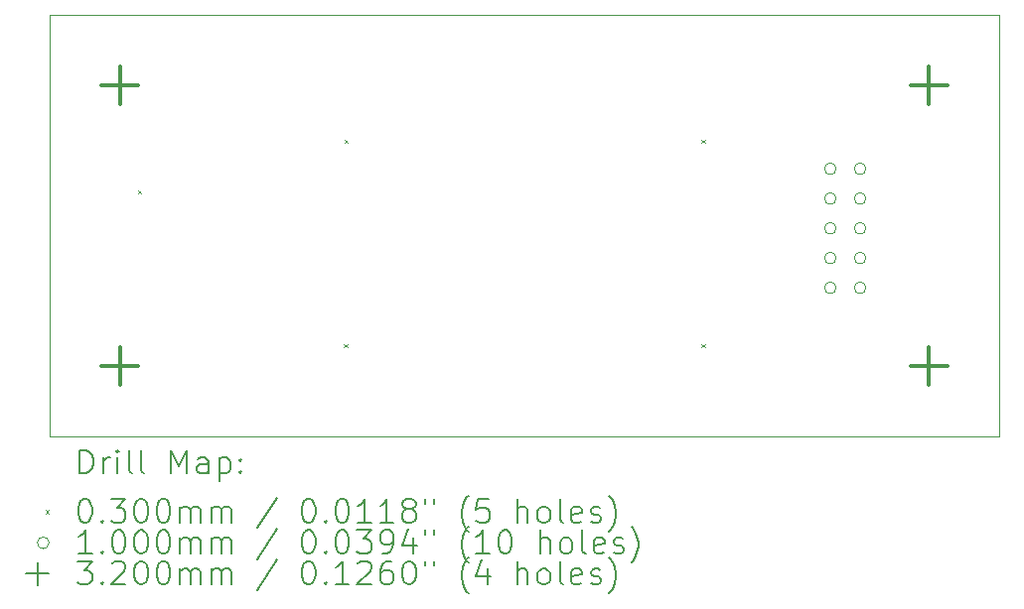
<source format=gbr>
%TF.GenerationSoftware,KiCad,Pcbnew,8.0.4*%
%TF.CreationDate,2024-08-11T19:46:03+02:00*%
%TF.ProjectId,esp32vga-keypad,65737033-3276-4676-912d-6b6579706164,rev?*%
%TF.SameCoordinates,Original*%
%TF.FileFunction,Drillmap*%
%TF.FilePolarity,Positive*%
%FSLAX45Y45*%
G04 Gerber Fmt 4.5, Leading zero omitted, Abs format (unit mm)*
G04 Created by KiCad (PCBNEW 8.0.4) date 2024-08-11 19:46:03*
%MOMM*%
%LPD*%
G01*
G04 APERTURE LIST*
%ADD10C,0.050000*%
%ADD11C,0.200000*%
%ADD12C,0.100000*%
%ADD13C,0.320000*%
G04 APERTURE END LIST*
D10*
X12900000Y-12700000D02*
X12900000Y-9100000D01*
X12900000Y-9100000D02*
X21000000Y-9100000D01*
X21000000Y-12700000D02*
X12900000Y-12700000D01*
X21000000Y-9100000D02*
X21000000Y-12700000D01*
D11*
D12*
X13655000Y-10595000D02*
X13685000Y-10625000D01*
X13685000Y-10595000D02*
X13655000Y-10625000D01*
X15410000Y-11910000D02*
X15440000Y-11940000D01*
X15440000Y-11910000D02*
X15410000Y-11940000D01*
X15415000Y-10165000D02*
X15445000Y-10195000D01*
X15445000Y-10165000D02*
X15415000Y-10195000D01*
X18460000Y-10165000D02*
X18490000Y-10195000D01*
X18490000Y-10165000D02*
X18460000Y-10195000D01*
X18460000Y-11910000D02*
X18490000Y-11940000D01*
X18490000Y-11910000D02*
X18460000Y-11940000D01*
X19608000Y-10414000D02*
G75*
G02*
X19508000Y-10414000I-50000J0D01*
G01*
X19508000Y-10414000D02*
G75*
G02*
X19608000Y-10414000I50000J0D01*
G01*
X19608000Y-10668000D02*
G75*
G02*
X19508000Y-10668000I-50000J0D01*
G01*
X19508000Y-10668000D02*
G75*
G02*
X19608000Y-10668000I50000J0D01*
G01*
X19608000Y-10922000D02*
G75*
G02*
X19508000Y-10922000I-50000J0D01*
G01*
X19508000Y-10922000D02*
G75*
G02*
X19608000Y-10922000I50000J0D01*
G01*
X19608000Y-11176000D02*
G75*
G02*
X19508000Y-11176000I-50000J0D01*
G01*
X19508000Y-11176000D02*
G75*
G02*
X19608000Y-11176000I50000J0D01*
G01*
X19608000Y-11430000D02*
G75*
G02*
X19508000Y-11430000I-50000J0D01*
G01*
X19508000Y-11430000D02*
G75*
G02*
X19608000Y-11430000I50000J0D01*
G01*
X19862000Y-10414000D02*
G75*
G02*
X19762000Y-10414000I-50000J0D01*
G01*
X19762000Y-10414000D02*
G75*
G02*
X19862000Y-10414000I50000J0D01*
G01*
X19862000Y-10668000D02*
G75*
G02*
X19762000Y-10668000I-50000J0D01*
G01*
X19762000Y-10668000D02*
G75*
G02*
X19862000Y-10668000I50000J0D01*
G01*
X19862000Y-10922000D02*
G75*
G02*
X19762000Y-10922000I-50000J0D01*
G01*
X19762000Y-10922000D02*
G75*
G02*
X19862000Y-10922000I50000J0D01*
G01*
X19862000Y-11176000D02*
G75*
G02*
X19762000Y-11176000I-50000J0D01*
G01*
X19762000Y-11176000D02*
G75*
G02*
X19862000Y-11176000I50000J0D01*
G01*
X19862000Y-11430000D02*
G75*
G02*
X19762000Y-11430000I-50000J0D01*
G01*
X19762000Y-11430000D02*
G75*
G02*
X19862000Y-11430000I50000J0D01*
G01*
D13*
X13500000Y-9540000D02*
X13500000Y-9860000D01*
X13340000Y-9700000D02*
X13660000Y-9700000D01*
X13500000Y-11940000D02*
X13500000Y-12260000D01*
X13340000Y-12100000D02*
X13660000Y-12100000D01*
X20400000Y-9540000D02*
X20400000Y-9860000D01*
X20240000Y-9700000D02*
X20560000Y-9700000D01*
X20400000Y-11940000D02*
X20400000Y-12260000D01*
X20240000Y-12100000D02*
X20560000Y-12100000D01*
D11*
X13158277Y-13013984D02*
X13158277Y-12813984D01*
X13158277Y-12813984D02*
X13205896Y-12813984D01*
X13205896Y-12813984D02*
X13234467Y-12823508D01*
X13234467Y-12823508D02*
X13253515Y-12842555D01*
X13253515Y-12842555D02*
X13263039Y-12861603D01*
X13263039Y-12861603D02*
X13272562Y-12899698D01*
X13272562Y-12899698D02*
X13272562Y-12928269D01*
X13272562Y-12928269D02*
X13263039Y-12966365D01*
X13263039Y-12966365D02*
X13253515Y-12985412D01*
X13253515Y-12985412D02*
X13234467Y-13004460D01*
X13234467Y-13004460D02*
X13205896Y-13013984D01*
X13205896Y-13013984D02*
X13158277Y-13013984D01*
X13358277Y-13013984D02*
X13358277Y-12880650D01*
X13358277Y-12918746D02*
X13367801Y-12899698D01*
X13367801Y-12899698D02*
X13377324Y-12890174D01*
X13377324Y-12890174D02*
X13396372Y-12880650D01*
X13396372Y-12880650D02*
X13415420Y-12880650D01*
X13482086Y-13013984D02*
X13482086Y-12880650D01*
X13482086Y-12813984D02*
X13472562Y-12823508D01*
X13472562Y-12823508D02*
X13482086Y-12833031D01*
X13482086Y-12833031D02*
X13491610Y-12823508D01*
X13491610Y-12823508D02*
X13482086Y-12813984D01*
X13482086Y-12813984D02*
X13482086Y-12833031D01*
X13605896Y-13013984D02*
X13586848Y-13004460D01*
X13586848Y-13004460D02*
X13577324Y-12985412D01*
X13577324Y-12985412D02*
X13577324Y-12813984D01*
X13710658Y-13013984D02*
X13691610Y-13004460D01*
X13691610Y-13004460D02*
X13682086Y-12985412D01*
X13682086Y-12985412D02*
X13682086Y-12813984D01*
X13939229Y-13013984D02*
X13939229Y-12813984D01*
X13939229Y-12813984D02*
X14005896Y-12956841D01*
X14005896Y-12956841D02*
X14072562Y-12813984D01*
X14072562Y-12813984D02*
X14072562Y-13013984D01*
X14253515Y-13013984D02*
X14253515Y-12909222D01*
X14253515Y-12909222D02*
X14243991Y-12890174D01*
X14243991Y-12890174D02*
X14224943Y-12880650D01*
X14224943Y-12880650D02*
X14186848Y-12880650D01*
X14186848Y-12880650D02*
X14167801Y-12890174D01*
X14253515Y-13004460D02*
X14234467Y-13013984D01*
X14234467Y-13013984D02*
X14186848Y-13013984D01*
X14186848Y-13013984D02*
X14167801Y-13004460D01*
X14167801Y-13004460D02*
X14158277Y-12985412D01*
X14158277Y-12985412D02*
X14158277Y-12966365D01*
X14158277Y-12966365D02*
X14167801Y-12947317D01*
X14167801Y-12947317D02*
X14186848Y-12937793D01*
X14186848Y-12937793D02*
X14234467Y-12937793D01*
X14234467Y-12937793D02*
X14253515Y-12928269D01*
X14348753Y-12880650D02*
X14348753Y-13080650D01*
X14348753Y-12890174D02*
X14367801Y-12880650D01*
X14367801Y-12880650D02*
X14405896Y-12880650D01*
X14405896Y-12880650D02*
X14424943Y-12890174D01*
X14424943Y-12890174D02*
X14434467Y-12899698D01*
X14434467Y-12899698D02*
X14443991Y-12918746D01*
X14443991Y-12918746D02*
X14443991Y-12975888D01*
X14443991Y-12975888D02*
X14434467Y-12994936D01*
X14434467Y-12994936D02*
X14424943Y-13004460D01*
X14424943Y-13004460D02*
X14405896Y-13013984D01*
X14405896Y-13013984D02*
X14367801Y-13013984D01*
X14367801Y-13013984D02*
X14348753Y-13004460D01*
X14529705Y-12994936D02*
X14539229Y-13004460D01*
X14539229Y-13004460D02*
X14529705Y-13013984D01*
X14529705Y-13013984D02*
X14520182Y-13004460D01*
X14520182Y-13004460D02*
X14529705Y-12994936D01*
X14529705Y-12994936D02*
X14529705Y-13013984D01*
X14529705Y-12890174D02*
X14539229Y-12899698D01*
X14539229Y-12899698D02*
X14529705Y-12909222D01*
X14529705Y-12909222D02*
X14520182Y-12899698D01*
X14520182Y-12899698D02*
X14529705Y-12890174D01*
X14529705Y-12890174D02*
X14529705Y-12909222D01*
D12*
X12867500Y-13327500D02*
X12897500Y-13357500D01*
X12897500Y-13327500D02*
X12867500Y-13357500D01*
D11*
X13196372Y-13233984D02*
X13215420Y-13233984D01*
X13215420Y-13233984D02*
X13234467Y-13243508D01*
X13234467Y-13243508D02*
X13243991Y-13253031D01*
X13243991Y-13253031D02*
X13253515Y-13272079D01*
X13253515Y-13272079D02*
X13263039Y-13310174D01*
X13263039Y-13310174D02*
X13263039Y-13357793D01*
X13263039Y-13357793D02*
X13253515Y-13395888D01*
X13253515Y-13395888D02*
X13243991Y-13414936D01*
X13243991Y-13414936D02*
X13234467Y-13424460D01*
X13234467Y-13424460D02*
X13215420Y-13433984D01*
X13215420Y-13433984D02*
X13196372Y-13433984D01*
X13196372Y-13433984D02*
X13177324Y-13424460D01*
X13177324Y-13424460D02*
X13167801Y-13414936D01*
X13167801Y-13414936D02*
X13158277Y-13395888D01*
X13158277Y-13395888D02*
X13148753Y-13357793D01*
X13148753Y-13357793D02*
X13148753Y-13310174D01*
X13148753Y-13310174D02*
X13158277Y-13272079D01*
X13158277Y-13272079D02*
X13167801Y-13253031D01*
X13167801Y-13253031D02*
X13177324Y-13243508D01*
X13177324Y-13243508D02*
X13196372Y-13233984D01*
X13348753Y-13414936D02*
X13358277Y-13424460D01*
X13358277Y-13424460D02*
X13348753Y-13433984D01*
X13348753Y-13433984D02*
X13339229Y-13424460D01*
X13339229Y-13424460D02*
X13348753Y-13414936D01*
X13348753Y-13414936D02*
X13348753Y-13433984D01*
X13424943Y-13233984D02*
X13548753Y-13233984D01*
X13548753Y-13233984D02*
X13482086Y-13310174D01*
X13482086Y-13310174D02*
X13510658Y-13310174D01*
X13510658Y-13310174D02*
X13529705Y-13319698D01*
X13529705Y-13319698D02*
X13539229Y-13329222D01*
X13539229Y-13329222D02*
X13548753Y-13348269D01*
X13548753Y-13348269D02*
X13548753Y-13395888D01*
X13548753Y-13395888D02*
X13539229Y-13414936D01*
X13539229Y-13414936D02*
X13529705Y-13424460D01*
X13529705Y-13424460D02*
X13510658Y-13433984D01*
X13510658Y-13433984D02*
X13453515Y-13433984D01*
X13453515Y-13433984D02*
X13434467Y-13424460D01*
X13434467Y-13424460D02*
X13424943Y-13414936D01*
X13672562Y-13233984D02*
X13691610Y-13233984D01*
X13691610Y-13233984D02*
X13710658Y-13243508D01*
X13710658Y-13243508D02*
X13720182Y-13253031D01*
X13720182Y-13253031D02*
X13729705Y-13272079D01*
X13729705Y-13272079D02*
X13739229Y-13310174D01*
X13739229Y-13310174D02*
X13739229Y-13357793D01*
X13739229Y-13357793D02*
X13729705Y-13395888D01*
X13729705Y-13395888D02*
X13720182Y-13414936D01*
X13720182Y-13414936D02*
X13710658Y-13424460D01*
X13710658Y-13424460D02*
X13691610Y-13433984D01*
X13691610Y-13433984D02*
X13672562Y-13433984D01*
X13672562Y-13433984D02*
X13653515Y-13424460D01*
X13653515Y-13424460D02*
X13643991Y-13414936D01*
X13643991Y-13414936D02*
X13634467Y-13395888D01*
X13634467Y-13395888D02*
X13624943Y-13357793D01*
X13624943Y-13357793D02*
X13624943Y-13310174D01*
X13624943Y-13310174D02*
X13634467Y-13272079D01*
X13634467Y-13272079D02*
X13643991Y-13253031D01*
X13643991Y-13253031D02*
X13653515Y-13243508D01*
X13653515Y-13243508D02*
X13672562Y-13233984D01*
X13863039Y-13233984D02*
X13882086Y-13233984D01*
X13882086Y-13233984D02*
X13901134Y-13243508D01*
X13901134Y-13243508D02*
X13910658Y-13253031D01*
X13910658Y-13253031D02*
X13920182Y-13272079D01*
X13920182Y-13272079D02*
X13929705Y-13310174D01*
X13929705Y-13310174D02*
X13929705Y-13357793D01*
X13929705Y-13357793D02*
X13920182Y-13395888D01*
X13920182Y-13395888D02*
X13910658Y-13414936D01*
X13910658Y-13414936D02*
X13901134Y-13424460D01*
X13901134Y-13424460D02*
X13882086Y-13433984D01*
X13882086Y-13433984D02*
X13863039Y-13433984D01*
X13863039Y-13433984D02*
X13843991Y-13424460D01*
X13843991Y-13424460D02*
X13834467Y-13414936D01*
X13834467Y-13414936D02*
X13824943Y-13395888D01*
X13824943Y-13395888D02*
X13815420Y-13357793D01*
X13815420Y-13357793D02*
X13815420Y-13310174D01*
X13815420Y-13310174D02*
X13824943Y-13272079D01*
X13824943Y-13272079D02*
X13834467Y-13253031D01*
X13834467Y-13253031D02*
X13843991Y-13243508D01*
X13843991Y-13243508D02*
X13863039Y-13233984D01*
X14015420Y-13433984D02*
X14015420Y-13300650D01*
X14015420Y-13319698D02*
X14024943Y-13310174D01*
X14024943Y-13310174D02*
X14043991Y-13300650D01*
X14043991Y-13300650D02*
X14072563Y-13300650D01*
X14072563Y-13300650D02*
X14091610Y-13310174D01*
X14091610Y-13310174D02*
X14101134Y-13329222D01*
X14101134Y-13329222D02*
X14101134Y-13433984D01*
X14101134Y-13329222D02*
X14110658Y-13310174D01*
X14110658Y-13310174D02*
X14129705Y-13300650D01*
X14129705Y-13300650D02*
X14158277Y-13300650D01*
X14158277Y-13300650D02*
X14177324Y-13310174D01*
X14177324Y-13310174D02*
X14186848Y-13329222D01*
X14186848Y-13329222D02*
X14186848Y-13433984D01*
X14282086Y-13433984D02*
X14282086Y-13300650D01*
X14282086Y-13319698D02*
X14291610Y-13310174D01*
X14291610Y-13310174D02*
X14310658Y-13300650D01*
X14310658Y-13300650D02*
X14339229Y-13300650D01*
X14339229Y-13300650D02*
X14358277Y-13310174D01*
X14358277Y-13310174D02*
X14367801Y-13329222D01*
X14367801Y-13329222D02*
X14367801Y-13433984D01*
X14367801Y-13329222D02*
X14377324Y-13310174D01*
X14377324Y-13310174D02*
X14396372Y-13300650D01*
X14396372Y-13300650D02*
X14424943Y-13300650D01*
X14424943Y-13300650D02*
X14443991Y-13310174D01*
X14443991Y-13310174D02*
X14453515Y-13329222D01*
X14453515Y-13329222D02*
X14453515Y-13433984D01*
X14843991Y-13224460D02*
X14672563Y-13481603D01*
X15101134Y-13233984D02*
X15120182Y-13233984D01*
X15120182Y-13233984D02*
X15139229Y-13243508D01*
X15139229Y-13243508D02*
X15148753Y-13253031D01*
X15148753Y-13253031D02*
X15158277Y-13272079D01*
X15158277Y-13272079D02*
X15167801Y-13310174D01*
X15167801Y-13310174D02*
X15167801Y-13357793D01*
X15167801Y-13357793D02*
X15158277Y-13395888D01*
X15158277Y-13395888D02*
X15148753Y-13414936D01*
X15148753Y-13414936D02*
X15139229Y-13424460D01*
X15139229Y-13424460D02*
X15120182Y-13433984D01*
X15120182Y-13433984D02*
X15101134Y-13433984D01*
X15101134Y-13433984D02*
X15082086Y-13424460D01*
X15082086Y-13424460D02*
X15072563Y-13414936D01*
X15072563Y-13414936D02*
X15063039Y-13395888D01*
X15063039Y-13395888D02*
X15053515Y-13357793D01*
X15053515Y-13357793D02*
X15053515Y-13310174D01*
X15053515Y-13310174D02*
X15063039Y-13272079D01*
X15063039Y-13272079D02*
X15072563Y-13253031D01*
X15072563Y-13253031D02*
X15082086Y-13243508D01*
X15082086Y-13243508D02*
X15101134Y-13233984D01*
X15253515Y-13414936D02*
X15263039Y-13424460D01*
X15263039Y-13424460D02*
X15253515Y-13433984D01*
X15253515Y-13433984D02*
X15243991Y-13424460D01*
X15243991Y-13424460D02*
X15253515Y-13414936D01*
X15253515Y-13414936D02*
X15253515Y-13433984D01*
X15386848Y-13233984D02*
X15405896Y-13233984D01*
X15405896Y-13233984D02*
X15424944Y-13243508D01*
X15424944Y-13243508D02*
X15434467Y-13253031D01*
X15434467Y-13253031D02*
X15443991Y-13272079D01*
X15443991Y-13272079D02*
X15453515Y-13310174D01*
X15453515Y-13310174D02*
X15453515Y-13357793D01*
X15453515Y-13357793D02*
X15443991Y-13395888D01*
X15443991Y-13395888D02*
X15434467Y-13414936D01*
X15434467Y-13414936D02*
X15424944Y-13424460D01*
X15424944Y-13424460D02*
X15405896Y-13433984D01*
X15405896Y-13433984D02*
X15386848Y-13433984D01*
X15386848Y-13433984D02*
X15367801Y-13424460D01*
X15367801Y-13424460D02*
X15358277Y-13414936D01*
X15358277Y-13414936D02*
X15348753Y-13395888D01*
X15348753Y-13395888D02*
X15339229Y-13357793D01*
X15339229Y-13357793D02*
X15339229Y-13310174D01*
X15339229Y-13310174D02*
X15348753Y-13272079D01*
X15348753Y-13272079D02*
X15358277Y-13253031D01*
X15358277Y-13253031D02*
X15367801Y-13243508D01*
X15367801Y-13243508D02*
X15386848Y-13233984D01*
X15643991Y-13433984D02*
X15529706Y-13433984D01*
X15586848Y-13433984D02*
X15586848Y-13233984D01*
X15586848Y-13233984D02*
X15567801Y-13262555D01*
X15567801Y-13262555D02*
X15548753Y-13281603D01*
X15548753Y-13281603D02*
X15529706Y-13291127D01*
X15834467Y-13433984D02*
X15720182Y-13433984D01*
X15777325Y-13433984D02*
X15777325Y-13233984D01*
X15777325Y-13233984D02*
X15758277Y-13262555D01*
X15758277Y-13262555D02*
X15739229Y-13281603D01*
X15739229Y-13281603D02*
X15720182Y-13291127D01*
X15948753Y-13319698D02*
X15929706Y-13310174D01*
X15929706Y-13310174D02*
X15920182Y-13300650D01*
X15920182Y-13300650D02*
X15910658Y-13281603D01*
X15910658Y-13281603D02*
X15910658Y-13272079D01*
X15910658Y-13272079D02*
X15920182Y-13253031D01*
X15920182Y-13253031D02*
X15929706Y-13243508D01*
X15929706Y-13243508D02*
X15948753Y-13233984D01*
X15948753Y-13233984D02*
X15986848Y-13233984D01*
X15986848Y-13233984D02*
X16005896Y-13243508D01*
X16005896Y-13243508D02*
X16015420Y-13253031D01*
X16015420Y-13253031D02*
X16024944Y-13272079D01*
X16024944Y-13272079D02*
X16024944Y-13281603D01*
X16024944Y-13281603D02*
X16015420Y-13300650D01*
X16015420Y-13300650D02*
X16005896Y-13310174D01*
X16005896Y-13310174D02*
X15986848Y-13319698D01*
X15986848Y-13319698D02*
X15948753Y-13319698D01*
X15948753Y-13319698D02*
X15929706Y-13329222D01*
X15929706Y-13329222D02*
X15920182Y-13338746D01*
X15920182Y-13338746D02*
X15910658Y-13357793D01*
X15910658Y-13357793D02*
X15910658Y-13395888D01*
X15910658Y-13395888D02*
X15920182Y-13414936D01*
X15920182Y-13414936D02*
X15929706Y-13424460D01*
X15929706Y-13424460D02*
X15948753Y-13433984D01*
X15948753Y-13433984D02*
X15986848Y-13433984D01*
X15986848Y-13433984D02*
X16005896Y-13424460D01*
X16005896Y-13424460D02*
X16015420Y-13414936D01*
X16015420Y-13414936D02*
X16024944Y-13395888D01*
X16024944Y-13395888D02*
X16024944Y-13357793D01*
X16024944Y-13357793D02*
X16015420Y-13338746D01*
X16015420Y-13338746D02*
X16005896Y-13329222D01*
X16005896Y-13329222D02*
X15986848Y-13319698D01*
X16101134Y-13233984D02*
X16101134Y-13272079D01*
X16177325Y-13233984D02*
X16177325Y-13272079D01*
X16472563Y-13510174D02*
X16463039Y-13500650D01*
X16463039Y-13500650D02*
X16443991Y-13472079D01*
X16443991Y-13472079D02*
X16434468Y-13453031D01*
X16434468Y-13453031D02*
X16424944Y-13424460D01*
X16424944Y-13424460D02*
X16415420Y-13376841D01*
X16415420Y-13376841D02*
X16415420Y-13338746D01*
X16415420Y-13338746D02*
X16424944Y-13291127D01*
X16424944Y-13291127D02*
X16434468Y-13262555D01*
X16434468Y-13262555D02*
X16443991Y-13243508D01*
X16443991Y-13243508D02*
X16463039Y-13214936D01*
X16463039Y-13214936D02*
X16472563Y-13205412D01*
X16643991Y-13233984D02*
X16548753Y-13233984D01*
X16548753Y-13233984D02*
X16539229Y-13329222D01*
X16539229Y-13329222D02*
X16548753Y-13319698D01*
X16548753Y-13319698D02*
X16567801Y-13310174D01*
X16567801Y-13310174D02*
X16615420Y-13310174D01*
X16615420Y-13310174D02*
X16634468Y-13319698D01*
X16634468Y-13319698D02*
X16643991Y-13329222D01*
X16643991Y-13329222D02*
X16653515Y-13348269D01*
X16653515Y-13348269D02*
X16653515Y-13395888D01*
X16653515Y-13395888D02*
X16643991Y-13414936D01*
X16643991Y-13414936D02*
X16634468Y-13424460D01*
X16634468Y-13424460D02*
X16615420Y-13433984D01*
X16615420Y-13433984D02*
X16567801Y-13433984D01*
X16567801Y-13433984D02*
X16548753Y-13424460D01*
X16548753Y-13424460D02*
X16539229Y-13414936D01*
X16891611Y-13433984D02*
X16891611Y-13233984D01*
X16977325Y-13433984D02*
X16977325Y-13329222D01*
X16977325Y-13329222D02*
X16967801Y-13310174D01*
X16967801Y-13310174D02*
X16948753Y-13300650D01*
X16948753Y-13300650D02*
X16920182Y-13300650D01*
X16920182Y-13300650D02*
X16901134Y-13310174D01*
X16901134Y-13310174D02*
X16891611Y-13319698D01*
X17101134Y-13433984D02*
X17082087Y-13424460D01*
X17082087Y-13424460D02*
X17072563Y-13414936D01*
X17072563Y-13414936D02*
X17063039Y-13395888D01*
X17063039Y-13395888D02*
X17063039Y-13338746D01*
X17063039Y-13338746D02*
X17072563Y-13319698D01*
X17072563Y-13319698D02*
X17082087Y-13310174D01*
X17082087Y-13310174D02*
X17101134Y-13300650D01*
X17101134Y-13300650D02*
X17129706Y-13300650D01*
X17129706Y-13300650D02*
X17148753Y-13310174D01*
X17148753Y-13310174D02*
X17158277Y-13319698D01*
X17158277Y-13319698D02*
X17167801Y-13338746D01*
X17167801Y-13338746D02*
X17167801Y-13395888D01*
X17167801Y-13395888D02*
X17158277Y-13414936D01*
X17158277Y-13414936D02*
X17148753Y-13424460D01*
X17148753Y-13424460D02*
X17129706Y-13433984D01*
X17129706Y-13433984D02*
X17101134Y-13433984D01*
X17282087Y-13433984D02*
X17263039Y-13424460D01*
X17263039Y-13424460D02*
X17253515Y-13405412D01*
X17253515Y-13405412D02*
X17253515Y-13233984D01*
X17434468Y-13424460D02*
X17415420Y-13433984D01*
X17415420Y-13433984D02*
X17377325Y-13433984D01*
X17377325Y-13433984D02*
X17358277Y-13424460D01*
X17358277Y-13424460D02*
X17348753Y-13405412D01*
X17348753Y-13405412D02*
X17348753Y-13329222D01*
X17348753Y-13329222D02*
X17358277Y-13310174D01*
X17358277Y-13310174D02*
X17377325Y-13300650D01*
X17377325Y-13300650D02*
X17415420Y-13300650D01*
X17415420Y-13300650D02*
X17434468Y-13310174D01*
X17434468Y-13310174D02*
X17443992Y-13329222D01*
X17443992Y-13329222D02*
X17443992Y-13348269D01*
X17443992Y-13348269D02*
X17348753Y-13367317D01*
X17520182Y-13424460D02*
X17539230Y-13433984D01*
X17539230Y-13433984D02*
X17577325Y-13433984D01*
X17577325Y-13433984D02*
X17596373Y-13424460D01*
X17596373Y-13424460D02*
X17605896Y-13405412D01*
X17605896Y-13405412D02*
X17605896Y-13395888D01*
X17605896Y-13395888D02*
X17596373Y-13376841D01*
X17596373Y-13376841D02*
X17577325Y-13367317D01*
X17577325Y-13367317D02*
X17548753Y-13367317D01*
X17548753Y-13367317D02*
X17529706Y-13357793D01*
X17529706Y-13357793D02*
X17520182Y-13338746D01*
X17520182Y-13338746D02*
X17520182Y-13329222D01*
X17520182Y-13329222D02*
X17529706Y-13310174D01*
X17529706Y-13310174D02*
X17548753Y-13300650D01*
X17548753Y-13300650D02*
X17577325Y-13300650D01*
X17577325Y-13300650D02*
X17596373Y-13310174D01*
X17672563Y-13510174D02*
X17682087Y-13500650D01*
X17682087Y-13500650D02*
X17701134Y-13472079D01*
X17701134Y-13472079D02*
X17710658Y-13453031D01*
X17710658Y-13453031D02*
X17720182Y-13424460D01*
X17720182Y-13424460D02*
X17729706Y-13376841D01*
X17729706Y-13376841D02*
X17729706Y-13338746D01*
X17729706Y-13338746D02*
X17720182Y-13291127D01*
X17720182Y-13291127D02*
X17710658Y-13262555D01*
X17710658Y-13262555D02*
X17701134Y-13243508D01*
X17701134Y-13243508D02*
X17682087Y-13214936D01*
X17682087Y-13214936D02*
X17672563Y-13205412D01*
D12*
X12897500Y-13606500D02*
G75*
G02*
X12797500Y-13606500I-50000J0D01*
G01*
X12797500Y-13606500D02*
G75*
G02*
X12897500Y-13606500I50000J0D01*
G01*
D11*
X13263039Y-13697984D02*
X13148753Y-13697984D01*
X13205896Y-13697984D02*
X13205896Y-13497984D01*
X13205896Y-13497984D02*
X13186848Y-13526555D01*
X13186848Y-13526555D02*
X13167801Y-13545603D01*
X13167801Y-13545603D02*
X13148753Y-13555127D01*
X13348753Y-13678936D02*
X13358277Y-13688460D01*
X13358277Y-13688460D02*
X13348753Y-13697984D01*
X13348753Y-13697984D02*
X13339229Y-13688460D01*
X13339229Y-13688460D02*
X13348753Y-13678936D01*
X13348753Y-13678936D02*
X13348753Y-13697984D01*
X13482086Y-13497984D02*
X13501134Y-13497984D01*
X13501134Y-13497984D02*
X13520182Y-13507508D01*
X13520182Y-13507508D02*
X13529705Y-13517031D01*
X13529705Y-13517031D02*
X13539229Y-13536079D01*
X13539229Y-13536079D02*
X13548753Y-13574174D01*
X13548753Y-13574174D02*
X13548753Y-13621793D01*
X13548753Y-13621793D02*
X13539229Y-13659888D01*
X13539229Y-13659888D02*
X13529705Y-13678936D01*
X13529705Y-13678936D02*
X13520182Y-13688460D01*
X13520182Y-13688460D02*
X13501134Y-13697984D01*
X13501134Y-13697984D02*
X13482086Y-13697984D01*
X13482086Y-13697984D02*
X13463039Y-13688460D01*
X13463039Y-13688460D02*
X13453515Y-13678936D01*
X13453515Y-13678936D02*
X13443991Y-13659888D01*
X13443991Y-13659888D02*
X13434467Y-13621793D01*
X13434467Y-13621793D02*
X13434467Y-13574174D01*
X13434467Y-13574174D02*
X13443991Y-13536079D01*
X13443991Y-13536079D02*
X13453515Y-13517031D01*
X13453515Y-13517031D02*
X13463039Y-13507508D01*
X13463039Y-13507508D02*
X13482086Y-13497984D01*
X13672562Y-13497984D02*
X13691610Y-13497984D01*
X13691610Y-13497984D02*
X13710658Y-13507508D01*
X13710658Y-13507508D02*
X13720182Y-13517031D01*
X13720182Y-13517031D02*
X13729705Y-13536079D01*
X13729705Y-13536079D02*
X13739229Y-13574174D01*
X13739229Y-13574174D02*
X13739229Y-13621793D01*
X13739229Y-13621793D02*
X13729705Y-13659888D01*
X13729705Y-13659888D02*
X13720182Y-13678936D01*
X13720182Y-13678936D02*
X13710658Y-13688460D01*
X13710658Y-13688460D02*
X13691610Y-13697984D01*
X13691610Y-13697984D02*
X13672562Y-13697984D01*
X13672562Y-13697984D02*
X13653515Y-13688460D01*
X13653515Y-13688460D02*
X13643991Y-13678936D01*
X13643991Y-13678936D02*
X13634467Y-13659888D01*
X13634467Y-13659888D02*
X13624943Y-13621793D01*
X13624943Y-13621793D02*
X13624943Y-13574174D01*
X13624943Y-13574174D02*
X13634467Y-13536079D01*
X13634467Y-13536079D02*
X13643991Y-13517031D01*
X13643991Y-13517031D02*
X13653515Y-13507508D01*
X13653515Y-13507508D02*
X13672562Y-13497984D01*
X13863039Y-13497984D02*
X13882086Y-13497984D01*
X13882086Y-13497984D02*
X13901134Y-13507508D01*
X13901134Y-13507508D02*
X13910658Y-13517031D01*
X13910658Y-13517031D02*
X13920182Y-13536079D01*
X13920182Y-13536079D02*
X13929705Y-13574174D01*
X13929705Y-13574174D02*
X13929705Y-13621793D01*
X13929705Y-13621793D02*
X13920182Y-13659888D01*
X13920182Y-13659888D02*
X13910658Y-13678936D01*
X13910658Y-13678936D02*
X13901134Y-13688460D01*
X13901134Y-13688460D02*
X13882086Y-13697984D01*
X13882086Y-13697984D02*
X13863039Y-13697984D01*
X13863039Y-13697984D02*
X13843991Y-13688460D01*
X13843991Y-13688460D02*
X13834467Y-13678936D01*
X13834467Y-13678936D02*
X13824943Y-13659888D01*
X13824943Y-13659888D02*
X13815420Y-13621793D01*
X13815420Y-13621793D02*
X13815420Y-13574174D01*
X13815420Y-13574174D02*
X13824943Y-13536079D01*
X13824943Y-13536079D02*
X13834467Y-13517031D01*
X13834467Y-13517031D02*
X13843991Y-13507508D01*
X13843991Y-13507508D02*
X13863039Y-13497984D01*
X14015420Y-13697984D02*
X14015420Y-13564650D01*
X14015420Y-13583698D02*
X14024943Y-13574174D01*
X14024943Y-13574174D02*
X14043991Y-13564650D01*
X14043991Y-13564650D02*
X14072563Y-13564650D01*
X14072563Y-13564650D02*
X14091610Y-13574174D01*
X14091610Y-13574174D02*
X14101134Y-13593222D01*
X14101134Y-13593222D02*
X14101134Y-13697984D01*
X14101134Y-13593222D02*
X14110658Y-13574174D01*
X14110658Y-13574174D02*
X14129705Y-13564650D01*
X14129705Y-13564650D02*
X14158277Y-13564650D01*
X14158277Y-13564650D02*
X14177324Y-13574174D01*
X14177324Y-13574174D02*
X14186848Y-13593222D01*
X14186848Y-13593222D02*
X14186848Y-13697984D01*
X14282086Y-13697984D02*
X14282086Y-13564650D01*
X14282086Y-13583698D02*
X14291610Y-13574174D01*
X14291610Y-13574174D02*
X14310658Y-13564650D01*
X14310658Y-13564650D02*
X14339229Y-13564650D01*
X14339229Y-13564650D02*
X14358277Y-13574174D01*
X14358277Y-13574174D02*
X14367801Y-13593222D01*
X14367801Y-13593222D02*
X14367801Y-13697984D01*
X14367801Y-13593222D02*
X14377324Y-13574174D01*
X14377324Y-13574174D02*
X14396372Y-13564650D01*
X14396372Y-13564650D02*
X14424943Y-13564650D01*
X14424943Y-13564650D02*
X14443991Y-13574174D01*
X14443991Y-13574174D02*
X14453515Y-13593222D01*
X14453515Y-13593222D02*
X14453515Y-13697984D01*
X14843991Y-13488460D02*
X14672563Y-13745603D01*
X15101134Y-13497984D02*
X15120182Y-13497984D01*
X15120182Y-13497984D02*
X15139229Y-13507508D01*
X15139229Y-13507508D02*
X15148753Y-13517031D01*
X15148753Y-13517031D02*
X15158277Y-13536079D01*
X15158277Y-13536079D02*
X15167801Y-13574174D01*
X15167801Y-13574174D02*
X15167801Y-13621793D01*
X15167801Y-13621793D02*
X15158277Y-13659888D01*
X15158277Y-13659888D02*
X15148753Y-13678936D01*
X15148753Y-13678936D02*
X15139229Y-13688460D01*
X15139229Y-13688460D02*
X15120182Y-13697984D01*
X15120182Y-13697984D02*
X15101134Y-13697984D01*
X15101134Y-13697984D02*
X15082086Y-13688460D01*
X15082086Y-13688460D02*
X15072563Y-13678936D01*
X15072563Y-13678936D02*
X15063039Y-13659888D01*
X15063039Y-13659888D02*
X15053515Y-13621793D01*
X15053515Y-13621793D02*
X15053515Y-13574174D01*
X15053515Y-13574174D02*
X15063039Y-13536079D01*
X15063039Y-13536079D02*
X15072563Y-13517031D01*
X15072563Y-13517031D02*
X15082086Y-13507508D01*
X15082086Y-13507508D02*
X15101134Y-13497984D01*
X15253515Y-13678936D02*
X15263039Y-13688460D01*
X15263039Y-13688460D02*
X15253515Y-13697984D01*
X15253515Y-13697984D02*
X15243991Y-13688460D01*
X15243991Y-13688460D02*
X15253515Y-13678936D01*
X15253515Y-13678936D02*
X15253515Y-13697984D01*
X15386848Y-13497984D02*
X15405896Y-13497984D01*
X15405896Y-13497984D02*
X15424944Y-13507508D01*
X15424944Y-13507508D02*
X15434467Y-13517031D01*
X15434467Y-13517031D02*
X15443991Y-13536079D01*
X15443991Y-13536079D02*
X15453515Y-13574174D01*
X15453515Y-13574174D02*
X15453515Y-13621793D01*
X15453515Y-13621793D02*
X15443991Y-13659888D01*
X15443991Y-13659888D02*
X15434467Y-13678936D01*
X15434467Y-13678936D02*
X15424944Y-13688460D01*
X15424944Y-13688460D02*
X15405896Y-13697984D01*
X15405896Y-13697984D02*
X15386848Y-13697984D01*
X15386848Y-13697984D02*
X15367801Y-13688460D01*
X15367801Y-13688460D02*
X15358277Y-13678936D01*
X15358277Y-13678936D02*
X15348753Y-13659888D01*
X15348753Y-13659888D02*
X15339229Y-13621793D01*
X15339229Y-13621793D02*
X15339229Y-13574174D01*
X15339229Y-13574174D02*
X15348753Y-13536079D01*
X15348753Y-13536079D02*
X15358277Y-13517031D01*
X15358277Y-13517031D02*
X15367801Y-13507508D01*
X15367801Y-13507508D02*
X15386848Y-13497984D01*
X15520182Y-13497984D02*
X15643991Y-13497984D01*
X15643991Y-13497984D02*
X15577325Y-13574174D01*
X15577325Y-13574174D02*
X15605896Y-13574174D01*
X15605896Y-13574174D02*
X15624944Y-13583698D01*
X15624944Y-13583698D02*
X15634467Y-13593222D01*
X15634467Y-13593222D02*
X15643991Y-13612269D01*
X15643991Y-13612269D02*
X15643991Y-13659888D01*
X15643991Y-13659888D02*
X15634467Y-13678936D01*
X15634467Y-13678936D02*
X15624944Y-13688460D01*
X15624944Y-13688460D02*
X15605896Y-13697984D01*
X15605896Y-13697984D02*
X15548753Y-13697984D01*
X15548753Y-13697984D02*
X15529706Y-13688460D01*
X15529706Y-13688460D02*
X15520182Y-13678936D01*
X15739229Y-13697984D02*
X15777325Y-13697984D01*
X15777325Y-13697984D02*
X15796372Y-13688460D01*
X15796372Y-13688460D02*
X15805896Y-13678936D01*
X15805896Y-13678936D02*
X15824944Y-13650365D01*
X15824944Y-13650365D02*
X15834467Y-13612269D01*
X15834467Y-13612269D02*
X15834467Y-13536079D01*
X15834467Y-13536079D02*
X15824944Y-13517031D01*
X15824944Y-13517031D02*
X15815420Y-13507508D01*
X15815420Y-13507508D02*
X15796372Y-13497984D01*
X15796372Y-13497984D02*
X15758277Y-13497984D01*
X15758277Y-13497984D02*
X15739229Y-13507508D01*
X15739229Y-13507508D02*
X15729706Y-13517031D01*
X15729706Y-13517031D02*
X15720182Y-13536079D01*
X15720182Y-13536079D02*
X15720182Y-13583698D01*
X15720182Y-13583698D02*
X15729706Y-13602746D01*
X15729706Y-13602746D02*
X15739229Y-13612269D01*
X15739229Y-13612269D02*
X15758277Y-13621793D01*
X15758277Y-13621793D02*
X15796372Y-13621793D01*
X15796372Y-13621793D02*
X15815420Y-13612269D01*
X15815420Y-13612269D02*
X15824944Y-13602746D01*
X15824944Y-13602746D02*
X15834467Y-13583698D01*
X16005896Y-13564650D02*
X16005896Y-13697984D01*
X15958277Y-13488460D02*
X15910658Y-13631317D01*
X15910658Y-13631317D02*
X16034467Y-13631317D01*
X16101134Y-13497984D02*
X16101134Y-13536079D01*
X16177325Y-13497984D02*
X16177325Y-13536079D01*
X16472563Y-13774174D02*
X16463039Y-13764650D01*
X16463039Y-13764650D02*
X16443991Y-13736079D01*
X16443991Y-13736079D02*
X16434468Y-13717031D01*
X16434468Y-13717031D02*
X16424944Y-13688460D01*
X16424944Y-13688460D02*
X16415420Y-13640841D01*
X16415420Y-13640841D02*
X16415420Y-13602746D01*
X16415420Y-13602746D02*
X16424944Y-13555127D01*
X16424944Y-13555127D02*
X16434468Y-13526555D01*
X16434468Y-13526555D02*
X16443991Y-13507508D01*
X16443991Y-13507508D02*
X16463039Y-13478936D01*
X16463039Y-13478936D02*
X16472563Y-13469412D01*
X16653515Y-13697984D02*
X16539229Y-13697984D01*
X16596372Y-13697984D02*
X16596372Y-13497984D01*
X16596372Y-13497984D02*
X16577325Y-13526555D01*
X16577325Y-13526555D02*
X16558277Y-13545603D01*
X16558277Y-13545603D02*
X16539229Y-13555127D01*
X16777325Y-13497984D02*
X16796372Y-13497984D01*
X16796372Y-13497984D02*
X16815420Y-13507508D01*
X16815420Y-13507508D02*
X16824944Y-13517031D01*
X16824944Y-13517031D02*
X16834468Y-13536079D01*
X16834468Y-13536079D02*
X16843991Y-13574174D01*
X16843991Y-13574174D02*
X16843991Y-13621793D01*
X16843991Y-13621793D02*
X16834468Y-13659888D01*
X16834468Y-13659888D02*
X16824944Y-13678936D01*
X16824944Y-13678936D02*
X16815420Y-13688460D01*
X16815420Y-13688460D02*
X16796372Y-13697984D01*
X16796372Y-13697984D02*
X16777325Y-13697984D01*
X16777325Y-13697984D02*
X16758277Y-13688460D01*
X16758277Y-13688460D02*
X16748753Y-13678936D01*
X16748753Y-13678936D02*
X16739229Y-13659888D01*
X16739229Y-13659888D02*
X16729706Y-13621793D01*
X16729706Y-13621793D02*
X16729706Y-13574174D01*
X16729706Y-13574174D02*
X16739229Y-13536079D01*
X16739229Y-13536079D02*
X16748753Y-13517031D01*
X16748753Y-13517031D02*
X16758277Y-13507508D01*
X16758277Y-13507508D02*
X16777325Y-13497984D01*
X17082087Y-13697984D02*
X17082087Y-13497984D01*
X17167801Y-13697984D02*
X17167801Y-13593222D01*
X17167801Y-13593222D02*
X17158277Y-13574174D01*
X17158277Y-13574174D02*
X17139230Y-13564650D01*
X17139230Y-13564650D02*
X17110658Y-13564650D01*
X17110658Y-13564650D02*
X17091611Y-13574174D01*
X17091611Y-13574174D02*
X17082087Y-13583698D01*
X17291611Y-13697984D02*
X17272563Y-13688460D01*
X17272563Y-13688460D02*
X17263039Y-13678936D01*
X17263039Y-13678936D02*
X17253515Y-13659888D01*
X17253515Y-13659888D02*
X17253515Y-13602746D01*
X17253515Y-13602746D02*
X17263039Y-13583698D01*
X17263039Y-13583698D02*
X17272563Y-13574174D01*
X17272563Y-13574174D02*
X17291611Y-13564650D01*
X17291611Y-13564650D02*
X17320182Y-13564650D01*
X17320182Y-13564650D02*
X17339230Y-13574174D01*
X17339230Y-13574174D02*
X17348753Y-13583698D01*
X17348753Y-13583698D02*
X17358277Y-13602746D01*
X17358277Y-13602746D02*
X17358277Y-13659888D01*
X17358277Y-13659888D02*
X17348753Y-13678936D01*
X17348753Y-13678936D02*
X17339230Y-13688460D01*
X17339230Y-13688460D02*
X17320182Y-13697984D01*
X17320182Y-13697984D02*
X17291611Y-13697984D01*
X17472563Y-13697984D02*
X17453515Y-13688460D01*
X17453515Y-13688460D02*
X17443992Y-13669412D01*
X17443992Y-13669412D02*
X17443992Y-13497984D01*
X17624944Y-13688460D02*
X17605896Y-13697984D01*
X17605896Y-13697984D02*
X17567801Y-13697984D01*
X17567801Y-13697984D02*
X17548753Y-13688460D01*
X17548753Y-13688460D02*
X17539230Y-13669412D01*
X17539230Y-13669412D02*
X17539230Y-13593222D01*
X17539230Y-13593222D02*
X17548753Y-13574174D01*
X17548753Y-13574174D02*
X17567801Y-13564650D01*
X17567801Y-13564650D02*
X17605896Y-13564650D01*
X17605896Y-13564650D02*
X17624944Y-13574174D01*
X17624944Y-13574174D02*
X17634468Y-13593222D01*
X17634468Y-13593222D02*
X17634468Y-13612269D01*
X17634468Y-13612269D02*
X17539230Y-13631317D01*
X17710658Y-13688460D02*
X17729706Y-13697984D01*
X17729706Y-13697984D02*
X17767801Y-13697984D01*
X17767801Y-13697984D02*
X17786849Y-13688460D01*
X17786849Y-13688460D02*
X17796373Y-13669412D01*
X17796373Y-13669412D02*
X17796373Y-13659888D01*
X17796373Y-13659888D02*
X17786849Y-13640841D01*
X17786849Y-13640841D02*
X17767801Y-13631317D01*
X17767801Y-13631317D02*
X17739230Y-13631317D01*
X17739230Y-13631317D02*
X17720182Y-13621793D01*
X17720182Y-13621793D02*
X17710658Y-13602746D01*
X17710658Y-13602746D02*
X17710658Y-13593222D01*
X17710658Y-13593222D02*
X17720182Y-13574174D01*
X17720182Y-13574174D02*
X17739230Y-13564650D01*
X17739230Y-13564650D02*
X17767801Y-13564650D01*
X17767801Y-13564650D02*
X17786849Y-13574174D01*
X17863039Y-13774174D02*
X17872563Y-13764650D01*
X17872563Y-13764650D02*
X17891611Y-13736079D01*
X17891611Y-13736079D02*
X17901134Y-13717031D01*
X17901134Y-13717031D02*
X17910658Y-13688460D01*
X17910658Y-13688460D02*
X17920182Y-13640841D01*
X17920182Y-13640841D02*
X17920182Y-13602746D01*
X17920182Y-13602746D02*
X17910658Y-13555127D01*
X17910658Y-13555127D02*
X17901134Y-13526555D01*
X17901134Y-13526555D02*
X17891611Y-13507508D01*
X17891611Y-13507508D02*
X17872563Y-13478936D01*
X17872563Y-13478936D02*
X17863039Y-13469412D01*
X12797500Y-13770500D02*
X12797500Y-13970500D01*
X12697500Y-13870500D02*
X12897500Y-13870500D01*
X13139229Y-13761984D02*
X13263039Y-13761984D01*
X13263039Y-13761984D02*
X13196372Y-13838174D01*
X13196372Y-13838174D02*
X13224943Y-13838174D01*
X13224943Y-13838174D02*
X13243991Y-13847698D01*
X13243991Y-13847698D02*
X13253515Y-13857222D01*
X13253515Y-13857222D02*
X13263039Y-13876269D01*
X13263039Y-13876269D02*
X13263039Y-13923888D01*
X13263039Y-13923888D02*
X13253515Y-13942936D01*
X13253515Y-13942936D02*
X13243991Y-13952460D01*
X13243991Y-13952460D02*
X13224943Y-13961984D01*
X13224943Y-13961984D02*
X13167801Y-13961984D01*
X13167801Y-13961984D02*
X13148753Y-13952460D01*
X13148753Y-13952460D02*
X13139229Y-13942936D01*
X13348753Y-13942936D02*
X13358277Y-13952460D01*
X13358277Y-13952460D02*
X13348753Y-13961984D01*
X13348753Y-13961984D02*
X13339229Y-13952460D01*
X13339229Y-13952460D02*
X13348753Y-13942936D01*
X13348753Y-13942936D02*
X13348753Y-13961984D01*
X13434467Y-13781031D02*
X13443991Y-13771508D01*
X13443991Y-13771508D02*
X13463039Y-13761984D01*
X13463039Y-13761984D02*
X13510658Y-13761984D01*
X13510658Y-13761984D02*
X13529705Y-13771508D01*
X13529705Y-13771508D02*
X13539229Y-13781031D01*
X13539229Y-13781031D02*
X13548753Y-13800079D01*
X13548753Y-13800079D02*
X13548753Y-13819127D01*
X13548753Y-13819127D02*
X13539229Y-13847698D01*
X13539229Y-13847698D02*
X13424943Y-13961984D01*
X13424943Y-13961984D02*
X13548753Y-13961984D01*
X13672562Y-13761984D02*
X13691610Y-13761984D01*
X13691610Y-13761984D02*
X13710658Y-13771508D01*
X13710658Y-13771508D02*
X13720182Y-13781031D01*
X13720182Y-13781031D02*
X13729705Y-13800079D01*
X13729705Y-13800079D02*
X13739229Y-13838174D01*
X13739229Y-13838174D02*
X13739229Y-13885793D01*
X13739229Y-13885793D02*
X13729705Y-13923888D01*
X13729705Y-13923888D02*
X13720182Y-13942936D01*
X13720182Y-13942936D02*
X13710658Y-13952460D01*
X13710658Y-13952460D02*
X13691610Y-13961984D01*
X13691610Y-13961984D02*
X13672562Y-13961984D01*
X13672562Y-13961984D02*
X13653515Y-13952460D01*
X13653515Y-13952460D02*
X13643991Y-13942936D01*
X13643991Y-13942936D02*
X13634467Y-13923888D01*
X13634467Y-13923888D02*
X13624943Y-13885793D01*
X13624943Y-13885793D02*
X13624943Y-13838174D01*
X13624943Y-13838174D02*
X13634467Y-13800079D01*
X13634467Y-13800079D02*
X13643991Y-13781031D01*
X13643991Y-13781031D02*
X13653515Y-13771508D01*
X13653515Y-13771508D02*
X13672562Y-13761984D01*
X13863039Y-13761984D02*
X13882086Y-13761984D01*
X13882086Y-13761984D02*
X13901134Y-13771508D01*
X13901134Y-13771508D02*
X13910658Y-13781031D01*
X13910658Y-13781031D02*
X13920182Y-13800079D01*
X13920182Y-13800079D02*
X13929705Y-13838174D01*
X13929705Y-13838174D02*
X13929705Y-13885793D01*
X13929705Y-13885793D02*
X13920182Y-13923888D01*
X13920182Y-13923888D02*
X13910658Y-13942936D01*
X13910658Y-13942936D02*
X13901134Y-13952460D01*
X13901134Y-13952460D02*
X13882086Y-13961984D01*
X13882086Y-13961984D02*
X13863039Y-13961984D01*
X13863039Y-13961984D02*
X13843991Y-13952460D01*
X13843991Y-13952460D02*
X13834467Y-13942936D01*
X13834467Y-13942936D02*
X13824943Y-13923888D01*
X13824943Y-13923888D02*
X13815420Y-13885793D01*
X13815420Y-13885793D02*
X13815420Y-13838174D01*
X13815420Y-13838174D02*
X13824943Y-13800079D01*
X13824943Y-13800079D02*
X13834467Y-13781031D01*
X13834467Y-13781031D02*
X13843991Y-13771508D01*
X13843991Y-13771508D02*
X13863039Y-13761984D01*
X14015420Y-13961984D02*
X14015420Y-13828650D01*
X14015420Y-13847698D02*
X14024943Y-13838174D01*
X14024943Y-13838174D02*
X14043991Y-13828650D01*
X14043991Y-13828650D02*
X14072563Y-13828650D01*
X14072563Y-13828650D02*
X14091610Y-13838174D01*
X14091610Y-13838174D02*
X14101134Y-13857222D01*
X14101134Y-13857222D02*
X14101134Y-13961984D01*
X14101134Y-13857222D02*
X14110658Y-13838174D01*
X14110658Y-13838174D02*
X14129705Y-13828650D01*
X14129705Y-13828650D02*
X14158277Y-13828650D01*
X14158277Y-13828650D02*
X14177324Y-13838174D01*
X14177324Y-13838174D02*
X14186848Y-13857222D01*
X14186848Y-13857222D02*
X14186848Y-13961984D01*
X14282086Y-13961984D02*
X14282086Y-13828650D01*
X14282086Y-13847698D02*
X14291610Y-13838174D01*
X14291610Y-13838174D02*
X14310658Y-13828650D01*
X14310658Y-13828650D02*
X14339229Y-13828650D01*
X14339229Y-13828650D02*
X14358277Y-13838174D01*
X14358277Y-13838174D02*
X14367801Y-13857222D01*
X14367801Y-13857222D02*
X14367801Y-13961984D01*
X14367801Y-13857222D02*
X14377324Y-13838174D01*
X14377324Y-13838174D02*
X14396372Y-13828650D01*
X14396372Y-13828650D02*
X14424943Y-13828650D01*
X14424943Y-13828650D02*
X14443991Y-13838174D01*
X14443991Y-13838174D02*
X14453515Y-13857222D01*
X14453515Y-13857222D02*
X14453515Y-13961984D01*
X14843991Y-13752460D02*
X14672563Y-14009603D01*
X15101134Y-13761984D02*
X15120182Y-13761984D01*
X15120182Y-13761984D02*
X15139229Y-13771508D01*
X15139229Y-13771508D02*
X15148753Y-13781031D01*
X15148753Y-13781031D02*
X15158277Y-13800079D01*
X15158277Y-13800079D02*
X15167801Y-13838174D01*
X15167801Y-13838174D02*
X15167801Y-13885793D01*
X15167801Y-13885793D02*
X15158277Y-13923888D01*
X15158277Y-13923888D02*
X15148753Y-13942936D01*
X15148753Y-13942936D02*
X15139229Y-13952460D01*
X15139229Y-13952460D02*
X15120182Y-13961984D01*
X15120182Y-13961984D02*
X15101134Y-13961984D01*
X15101134Y-13961984D02*
X15082086Y-13952460D01*
X15082086Y-13952460D02*
X15072563Y-13942936D01*
X15072563Y-13942936D02*
X15063039Y-13923888D01*
X15063039Y-13923888D02*
X15053515Y-13885793D01*
X15053515Y-13885793D02*
X15053515Y-13838174D01*
X15053515Y-13838174D02*
X15063039Y-13800079D01*
X15063039Y-13800079D02*
X15072563Y-13781031D01*
X15072563Y-13781031D02*
X15082086Y-13771508D01*
X15082086Y-13771508D02*
X15101134Y-13761984D01*
X15253515Y-13942936D02*
X15263039Y-13952460D01*
X15263039Y-13952460D02*
X15253515Y-13961984D01*
X15253515Y-13961984D02*
X15243991Y-13952460D01*
X15243991Y-13952460D02*
X15253515Y-13942936D01*
X15253515Y-13942936D02*
X15253515Y-13961984D01*
X15453515Y-13961984D02*
X15339229Y-13961984D01*
X15396372Y-13961984D02*
X15396372Y-13761984D01*
X15396372Y-13761984D02*
X15377325Y-13790555D01*
X15377325Y-13790555D02*
X15358277Y-13809603D01*
X15358277Y-13809603D02*
X15339229Y-13819127D01*
X15529706Y-13781031D02*
X15539229Y-13771508D01*
X15539229Y-13771508D02*
X15558277Y-13761984D01*
X15558277Y-13761984D02*
X15605896Y-13761984D01*
X15605896Y-13761984D02*
X15624944Y-13771508D01*
X15624944Y-13771508D02*
X15634467Y-13781031D01*
X15634467Y-13781031D02*
X15643991Y-13800079D01*
X15643991Y-13800079D02*
X15643991Y-13819127D01*
X15643991Y-13819127D02*
X15634467Y-13847698D01*
X15634467Y-13847698D02*
X15520182Y-13961984D01*
X15520182Y-13961984D02*
X15643991Y-13961984D01*
X15815420Y-13761984D02*
X15777325Y-13761984D01*
X15777325Y-13761984D02*
X15758277Y-13771508D01*
X15758277Y-13771508D02*
X15748753Y-13781031D01*
X15748753Y-13781031D02*
X15729706Y-13809603D01*
X15729706Y-13809603D02*
X15720182Y-13847698D01*
X15720182Y-13847698D02*
X15720182Y-13923888D01*
X15720182Y-13923888D02*
X15729706Y-13942936D01*
X15729706Y-13942936D02*
X15739229Y-13952460D01*
X15739229Y-13952460D02*
X15758277Y-13961984D01*
X15758277Y-13961984D02*
X15796372Y-13961984D01*
X15796372Y-13961984D02*
X15815420Y-13952460D01*
X15815420Y-13952460D02*
X15824944Y-13942936D01*
X15824944Y-13942936D02*
X15834467Y-13923888D01*
X15834467Y-13923888D02*
X15834467Y-13876269D01*
X15834467Y-13876269D02*
X15824944Y-13857222D01*
X15824944Y-13857222D02*
X15815420Y-13847698D01*
X15815420Y-13847698D02*
X15796372Y-13838174D01*
X15796372Y-13838174D02*
X15758277Y-13838174D01*
X15758277Y-13838174D02*
X15739229Y-13847698D01*
X15739229Y-13847698D02*
X15729706Y-13857222D01*
X15729706Y-13857222D02*
X15720182Y-13876269D01*
X15958277Y-13761984D02*
X15977325Y-13761984D01*
X15977325Y-13761984D02*
X15996372Y-13771508D01*
X15996372Y-13771508D02*
X16005896Y-13781031D01*
X16005896Y-13781031D02*
X16015420Y-13800079D01*
X16015420Y-13800079D02*
X16024944Y-13838174D01*
X16024944Y-13838174D02*
X16024944Y-13885793D01*
X16024944Y-13885793D02*
X16015420Y-13923888D01*
X16015420Y-13923888D02*
X16005896Y-13942936D01*
X16005896Y-13942936D02*
X15996372Y-13952460D01*
X15996372Y-13952460D02*
X15977325Y-13961984D01*
X15977325Y-13961984D02*
X15958277Y-13961984D01*
X15958277Y-13961984D02*
X15939229Y-13952460D01*
X15939229Y-13952460D02*
X15929706Y-13942936D01*
X15929706Y-13942936D02*
X15920182Y-13923888D01*
X15920182Y-13923888D02*
X15910658Y-13885793D01*
X15910658Y-13885793D02*
X15910658Y-13838174D01*
X15910658Y-13838174D02*
X15920182Y-13800079D01*
X15920182Y-13800079D02*
X15929706Y-13781031D01*
X15929706Y-13781031D02*
X15939229Y-13771508D01*
X15939229Y-13771508D02*
X15958277Y-13761984D01*
X16101134Y-13761984D02*
X16101134Y-13800079D01*
X16177325Y-13761984D02*
X16177325Y-13800079D01*
X16472563Y-14038174D02*
X16463039Y-14028650D01*
X16463039Y-14028650D02*
X16443991Y-14000079D01*
X16443991Y-14000079D02*
X16434468Y-13981031D01*
X16434468Y-13981031D02*
X16424944Y-13952460D01*
X16424944Y-13952460D02*
X16415420Y-13904841D01*
X16415420Y-13904841D02*
X16415420Y-13866746D01*
X16415420Y-13866746D02*
X16424944Y-13819127D01*
X16424944Y-13819127D02*
X16434468Y-13790555D01*
X16434468Y-13790555D02*
X16443991Y-13771508D01*
X16443991Y-13771508D02*
X16463039Y-13742936D01*
X16463039Y-13742936D02*
X16472563Y-13733412D01*
X16634468Y-13828650D02*
X16634468Y-13961984D01*
X16586848Y-13752460D02*
X16539229Y-13895317D01*
X16539229Y-13895317D02*
X16663039Y-13895317D01*
X16891611Y-13961984D02*
X16891611Y-13761984D01*
X16977325Y-13961984D02*
X16977325Y-13857222D01*
X16977325Y-13857222D02*
X16967801Y-13838174D01*
X16967801Y-13838174D02*
X16948753Y-13828650D01*
X16948753Y-13828650D02*
X16920182Y-13828650D01*
X16920182Y-13828650D02*
X16901134Y-13838174D01*
X16901134Y-13838174D02*
X16891611Y-13847698D01*
X17101134Y-13961984D02*
X17082087Y-13952460D01*
X17082087Y-13952460D02*
X17072563Y-13942936D01*
X17072563Y-13942936D02*
X17063039Y-13923888D01*
X17063039Y-13923888D02*
X17063039Y-13866746D01*
X17063039Y-13866746D02*
X17072563Y-13847698D01*
X17072563Y-13847698D02*
X17082087Y-13838174D01*
X17082087Y-13838174D02*
X17101134Y-13828650D01*
X17101134Y-13828650D02*
X17129706Y-13828650D01*
X17129706Y-13828650D02*
X17148753Y-13838174D01*
X17148753Y-13838174D02*
X17158277Y-13847698D01*
X17158277Y-13847698D02*
X17167801Y-13866746D01*
X17167801Y-13866746D02*
X17167801Y-13923888D01*
X17167801Y-13923888D02*
X17158277Y-13942936D01*
X17158277Y-13942936D02*
X17148753Y-13952460D01*
X17148753Y-13952460D02*
X17129706Y-13961984D01*
X17129706Y-13961984D02*
X17101134Y-13961984D01*
X17282087Y-13961984D02*
X17263039Y-13952460D01*
X17263039Y-13952460D02*
X17253515Y-13933412D01*
X17253515Y-13933412D02*
X17253515Y-13761984D01*
X17434468Y-13952460D02*
X17415420Y-13961984D01*
X17415420Y-13961984D02*
X17377325Y-13961984D01*
X17377325Y-13961984D02*
X17358277Y-13952460D01*
X17358277Y-13952460D02*
X17348753Y-13933412D01*
X17348753Y-13933412D02*
X17348753Y-13857222D01*
X17348753Y-13857222D02*
X17358277Y-13838174D01*
X17358277Y-13838174D02*
X17377325Y-13828650D01*
X17377325Y-13828650D02*
X17415420Y-13828650D01*
X17415420Y-13828650D02*
X17434468Y-13838174D01*
X17434468Y-13838174D02*
X17443992Y-13857222D01*
X17443992Y-13857222D02*
X17443992Y-13876269D01*
X17443992Y-13876269D02*
X17348753Y-13895317D01*
X17520182Y-13952460D02*
X17539230Y-13961984D01*
X17539230Y-13961984D02*
X17577325Y-13961984D01*
X17577325Y-13961984D02*
X17596373Y-13952460D01*
X17596373Y-13952460D02*
X17605896Y-13933412D01*
X17605896Y-13933412D02*
X17605896Y-13923888D01*
X17605896Y-13923888D02*
X17596373Y-13904841D01*
X17596373Y-13904841D02*
X17577325Y-13895317D01*
X17577325Y-13895317D02*
X17548753Y-13895317D01*
X17548753Y-13895317D02*
X17529706Y-13885793D01*
X17529706Y-13885793D02*
X17520182Y-13866746D01*
X17520182Y-13866746D02*
X17520182Y-13857222D01*
X17520182Y-13857222D02*
X17529706Y-13838174D01*
X17529706Y-13838174D02*
X17548753Y-13828650D01*
X17548753Y-13828650D02*
X17577325Y-13828650D01*
X17577325Y-13828650D02*
X17596373Y-13838174D01*
X17672563Y-14038174D02*
X17682087Y-14028650D01*
X17682087Y-14028650D02*
X17701134Y-14000079D01*
X17701134Y-14000079D02*
X17710658Y-13981031D01*
X17710658Y-13981031D02*
X17720182Y-13952460D01*
X17720182Y-13952460D02*
X17729706Y-13904841D01*
X17729706Y-13904841D02*
X17729706Y-13866746D01*
X17729706Y-13866746D02*
X17720182Y-13819127D01*
X17720182Y-13819127D02*
X17710658Y-13790555D01*
X17710658Y-13790555D02*
X17701134Y-13771508D01*
X17701134Y-13771508D02*
X17682087Y-13742936D01*
X17682087Y-13742936D02*
X17672563Y-13733412D01*
M02*

</source>
